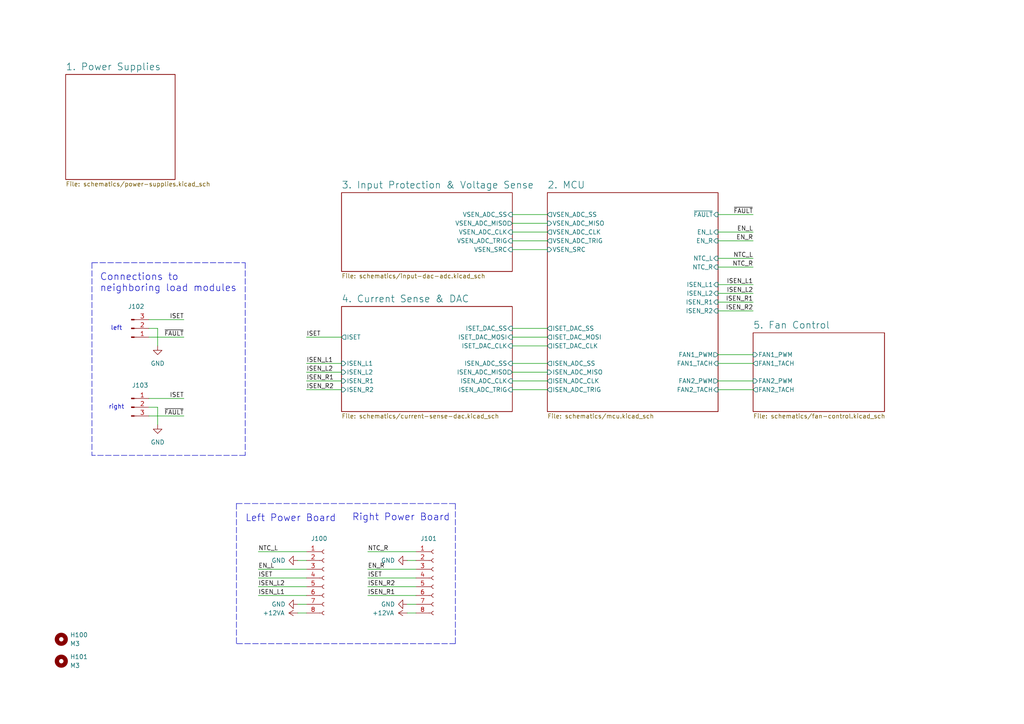
<source format=kicad_sch>
(kicad_sch (version 20231120) (generator "eeschema") (generator_version "8.0")
  (paper "A4")
  (title_block (title "DC Load Control Board") (date "02/2024") (company "Martin Kopka"))
  (lib_symbols
    (symbol "Connector:Conn_01x03_Male" (pin_names (offset 1.016) hide)
      (property "Reference" "J" (at 0 5.08 0))
      (property "Value" "Conn_01x03_Male" (at 0 -5.08 0))
      (symbol "Conn_01x03_Male_1_1"
        (polyline (pts (xy 1.27 -2.54) (xy 0.8636 -2.54)) (stroke (width 0.1524)))
        (polyline (pts (xy 1.27 0) (xy 0.8636 0)) (stroke (width 0.1524)))
        (polyline (pts (xy 1.27 2.54) (xy 0.8636 2.54)) (stroke (width 0.1524)))
        (rectangle (start 0.8636 -2.413) (end 0 -2.667) (stroke (width 0.1524)) (fill (type outline)))
        (rectangle (start 0.8636 0.127) (end 0 -0.127) (stroke (width 0.1524)) (fill (type outline)))
        (rectangle (start 0.8636 2.667) (end 0 2.413) (stroke (width 0.1524)) (fill (type outline)))
        (pin passive line (at 5.08 2.54 180) (length 3.81) (name "Pin_1") (number "1"))
        (pin passive line (at 5.08 0 180) (length 3.81) (name "Pin_2") (number "2"))
        (pin passive line (at 5.08 -2.54 180) (length 3.81) (name "Pin_3") (number "3"))
      )
    )
    (symbol "Connector:Conn_01x08_Female" (pin_names (offset 1.016) hide)
      (property "Reference" "J" (at 0 10.16 0))
      (property "Value" "Conn_01x08_Female" (at 0 -12.7 0))
      (symbol "Conn_01x08_Female_1_1"
        (arc (start 0 -9.652) (mid -0.5058 -10.16) (end 0 -10.668) (stroke (width 0.1524)))
        (arc (start 0 -7.112) (mid -0.5058 -7.62) (end 0 -8.128) (stroke (width 0.1524)))
        (arc (start 0 -4.572) (mid -0.5058 -5.08) (end 0 -5.588) (stroke (width 0.1524)))
        (arc (start 0 -2.032) (mid -0.5058 -2.54) (end 0 -3.048) (stroke (width 0.1524)))
        (polyline (pts (xy -1.27 -10.16) (xy -0.508 -10.16)) (stroke (width 0.1524)))
        (polyline (pts (xy -1.27 -7.62) (xy -0.508 -7.62)) (stroke (width 0.1524)))
        (polyline (pts (xy -1.27 -5.08) (xy -0.508 -5.08)) (stroke (width 0.1524)))
        (polyline (pts (xy -1.27 -2.54) (xy -0.508 -2.54)) (stroke (width 0.1524)))
        (polyline (pts (xy -1.27 0) (xy -0.508 0)) (stroke (width 0.1524)))
        (polyline (pts (xy -1.27 2.54) (xy -0.508 2.54)) (stroke (width 0.1524)))
        (polyline (pts (xy -1.27 5.08) (xy -0.508 5.08)) (stroke (width 0.1524)))
        (polyline (pts (xy -1.27 7.62) (xy -0.508 7.62)) (stroke (width 0.1524)))
        (arc (start 0 0.508) (mid -0.5058 0) (end 0 -0.508) (stroke (width 0.1524)))
        (arc (start 0 3.048) (mid -0.5058 2.54) (end 0 2.032) (stroke (width 0.1524)))
        (arc (start 0 5.588) (mid -0.5058 5.08) (end 0 4.572) (stroke (width 0.1524)))
        (arc (start 0 8.128) (mid -0.5058 7.62) (end 0 7.112) (stroke (width 0.1524)))
        (pin passive line (at -5.08 7.62 0) (length 3.81) (name "Pin_1") (number "1"))
        (pin passive line (at -5.08 5.08 0) (length 3.81) (name "Pin_2") (number "2"))
        (pin passive line (at -5.08 2.54 0) (length 3.81) (name "Pin_3") (number "3"))
        (pin passive line (at -5.08 0 0) (length 3.81) (name "Pin_4") (number "4"))
        (pin passive line (at -5.08 -2.54 0) (length 3.81) (name "Pin_5") (number "5"))
        (pin passive line (at -5.08 -5.08 0) (length 3.81) (name "Pin_6") (number "6"))
        (pin passive line (at -5.08 -7.62 0) (length 3.81) (name "Pin_7") (number "7"))
        (pin passive line (at -5.08 -10.16 0) (length 3.81) (name "Pin_8") (number "8"))
      )
    )
    (symbol "Mechanical:MountingHole" (pin_names (offset 1.016))
      (property "Reference" "H" (at 0 5.08 0))
      (property "Value" "MountingHole" (at 0 3.175 0))
      (symbol "MountingHole_0_1"
        (circle (center 0 0) (radius 1.27) (stroke (width 1.27)))
      )
    )
    (symbol "power:+12VA" (power) (pin_names (offset 0))
      (property "Value" "+12VA" (at 0 3.556 0))
      (symbol "+12VA_0_1"
        (polyline (pts (xy -0.762 1.27) (xy 0 2.54)))
        (polyline (pts (xy 0 0) (xy 0 2.54)))
        (polyline (pts (xy 0 2.54) (xy 0.762 1.27)))
      )
      (symbol "+12VA_1_1"
        (pin power_in line (at 0 0 90) (length 0) hide (name "+12VA") (number "1"))
      )
    )
    (symbol "power:GND" (power) (pin_names (offset 0))
      (property "Value" "GND" (at 0 -3.81 0))
      (symbol "GND_0_1"
        (polyline (pts (xy 0 0) (xy 0 -1.27) (xy 1.27 -1.27) (xy 0 -2.54) (xy -1.27 -1.27) (xy 0 -1.27)))
      )
      (symbol "GND_1_1"
        (pin power_in line (at 0 0 270) (length 0) hide (name "GND") (number "1"))
      )
    )
  )
  (wire (pts (xy 148.59 64.77) (xy 158.75 64.77)))
  (wire (pts (xy 148.59 107.95) (xy 158.75 107.95)))
  (wire (pts (xy 88.9 110.49) (xy 99.06 110.49)))
  (wire (pts (xy 208.28 105.41) (xy 218.44 105.41)))
  (wire (pts (xy 208.28 77.47) (xy 218.44 77.47)))
  (wire (pts (xy 208.28 110.49) (xy 218.44 110.49)))
  (wire (pts (xy 88.9 113.03) (xy 99.06 113.03)))
  (polyline (pts (xy 68.58 146.05) (xy 68.58 186.69)) (stroke (width 0) (type dash)))
  (polyline (pts (xy 71.12 76.2) (xy 71.12 132.08)) (stroke (width 0) (type dash)))
  (polyline (pts (xy 68.58 146.05) (xy 132.08 146.05)) (stroke (width 0) (type dash)))
  (wire (pts (xy 148.59 69.85) (xy 158.75 69.85)))
  (wire (pts (xy 208.28 102.87) (xy 218.44 102.87)))
  (wire (pts (xy 74.93 172.72) (xy 88.9 172.72)))
  (wire (pts (xy 86.36 175.26) (xy 88.9 175.26)))
  (wire (pts (xy 148.59 113.03) (xy 158.75 113.03)))
  (wire (pts (xy 45.72 123.19) (xy 45.72 118.11)))
  (polyline (pts (xy 132.08 186.69) (xy 68.58 186.69)) (stroke (width 0) (type dash)))
  (wire (pts (xy 148.59 62.23) (xy 158.75 62.23)))
  (wire (pts (xy 106.68 165.1) (xy 120.65 165.1)))
  (wire (pts (xy 208.28 67.31) (xy 218.44 67.31)))
  (wire (pts (xy 148.59 72.39) (xy 158.75 72.39)))
  (wire (pts (xy 43.18 120.65) (xy 53.34 120.65)))
  (wire (pts (xy 74.93 165.1) (xy 88.9 165.1)))
  (wire (pts (xy 86.36 162.56) (xy 88.9 162.56)))
  (wire (pts (xy 45.72 95.25) (xy 43.18 95.25)))
  (wire (pts (xy 208.28 90.17) (xy 218.44 90.17)))
  (polyline (pts (xy 26.67 76.2) (xy 26.67 132.08)) (stroke (width 0) (type dash)))
  (wire (pts (xy 118.11 177.8) (xy 120.65 177.8)))
  (wire (pts (xy 88.9 97.79) (xy 99.06 97.79)))
  (wire (pts (xy 208.28 85.09) (xy 218.44 85.09)))
  (wire (pts (xy 45.72 118.11) (xy 43.18 118.11)))
  (wire (pts (xy 118.11 175.26) (xy 120.65 175.26)))
  (wire (pts (xy 208.28 69.85) (xy 218.44 69.85)))
  (wire (pts (xy 106.68 167.64) (xy 120.65 167.64)))
  (wire (pts (xy 208.28 113.03) (xy 218.44 113.03)))
  (wire (pts (xy 43.18 92.71) (xy 53.34 92.71)))
  (wire (pts (xy 88.9 107.95) (xy 99.06 107.95)))
  (wire (pts (xy 74.93 167.64) (xy 88.9 167.64)))
  (wire (pts (xy 148.59 100.33) (xy 158.75 100.33)))
  (wire (pts (xy 208.28 74.93) (xy 218.44 74.93)))
  (wire (pts (xy 148.59 67.31) (xy 158.75 67.31)))
  (polyline (pts (xy 26.67 76.2) (xy 71.12 76.2)) (stroke (width 0) (type dash)))
  (wire (pts (xy 208.28 82.55) (xy 218.44 82.55)))
  (wire (pts (xy 106.68 172.72) (xy 120.65 172.72)))
  (wire (pts (xy 43.18 97.79) (xy 53.34 97.79)))
  (wire (pts (xy 74.93 170.18) (xy 88.9 170.18)))
  (wire (pts (xy 106.68 170.18) (xy 120.65 170.18)))
  (wire (pts (xy 148.59 105.41) (xy 158.75 105.41)))
  (wire (pts (xy 148.59 97.79) (xy 158.75 97.79)))
  (wire (pts (xy 88.9 105.41) (xy 99.06 105.41)))
  (wire (pts (xy 148.59 110.49) (xy 158.75 110.49)))
  (wire (pts (xy 208.28 62.23) (xy 218.44 62.23)))
  (wire (pts (xy 43.18 115.57) (xy 53.34 115.57)))
  (wire (pts (xy 74.93 160.02) (xy 88.9 160.02)))
  (wire (pts (xy 106.68 160.02) (xy 120.65 160.02)))
  (polyline (pts (xy 132.08 146.05) (xy 132.08 186.69)) (stroke (width 0) (type dash)))
  (wire (pts (xy 208.28 87.63) (xy 218.44 87.63)))
  (wire (pts (xy 86.36 177.8) (xy 88.9 177.8)))
  (wire (pts (xy 45.72 100.33) (xy 45.72 95.25)))
  (wire (pts (xy 118.11 162.56) (xy 120.65 162.56)))
  (polyline (pts (xy 71.12 132.08) (xy 26.67 132.08)) (stroke (width 0) (type dash)))
  (wire (pts (xy 148.59 95.25) (xy 158.75 95.25)))
  (text "right" (at 33.782 118.11 0) (effects (font (size 1.27 1.27))))
  (text "Right Power Board" (at 116.332 150.114 0) (effects (font (size 2 2))))
  (text "Left Power Board" (at 84.328 150.368 0) (effects (font (size 2 2))))
  (text "Connections to \nneighboring load modules" (at 28.956 82.042 0) (effects (font (size 2 2)) (justify left)))
  (text "left" (at 33.782 95.25 0) (effects (font (size 1.27 1.27))))
  (label "ISEN_R2" (at 106.68 170.18 0))
  (label "ISEN_L1" (at 218.44 82.55 180))
  (label "ISEN_R1" (at 88.9 110.49 0))
  (label "ISET" (at 53.34 115.57 180))
  (label "ISEN_L1" (at 88.9 105.41 0))
  (label "NTC_L" (at 218.44 74.93 180))
  (label "ISET" (at 74.93 167.64 0))
  (label "NTC_R" (at 106.68 160.02 0))
  (label "ISEN_L2" (at 88.9 107.95 0))
  (label "ISEN_R1" (at 106.68 172.72 0))
  (label "EN_L" (at 74.93 165.1 0))
  (label "NTC_L" (at 74.93 160.02 0))
  (label "~{FAULT}" (at 53.34 120.65 180))
  (label "ISEN_R1" (at 218.44 87.63 180))
  (label "ISEN_L2" (at 74.93 170.18 0))
  (label "EN_L" (at 218.44 67.31 180))
  (label "~{FAULT}" (at 218.44 62.23 180))
  (label "NTC_R" (at 218.44 77.47 180))
  (label "~{FAULT}" (at 53.34 97.79 180))
  (label "ISEN_R2" (at 88.9 113.03 0))
  (label "ISET" (at 88.9 97.79 0))
  (label "EN_R" (at 218.44 69.85 180))
  (label "ISET" (at 53.34 92.71 180))
  (label "ISEN_L1" (at 74.93 172.72 0))
  (label "ISEN_R2" (at 218.44 90.17 180))
  (label "ISET" (at 106.68 167.64 0))
  (label "ISEN_L2" (at 218.44 85.09 180))
  (label "EN_R" (at 106.68 165.1 0))
  (symbol (lib_id "Connector:Conn_01x03_Male") (at 38.1 95.25 0) (mirror x) (unit 1)
    (property "Reference" "J102" (at 41.91 88.9 0) (effects (justify right)))
    (property "Value" "Conn_01x03_Male" (effects (hide yes)))
    (property "Footprint" "Connector_PinHeader_2.54mm:PinHeader_1x03_P2.54mm_Horizontal" (effects (hide yes)))
  )
  (symbol (lib_id "power:GND") (at 86.36 175.26 270) (unit 1)
    (property "Reference" "#PWR0197" (effects (hide yes)))
    (property "Value" "GND" (at 78.74 175.26 90) (effects (justify left)))
  )
  (symbol (lib_id "power:GND") (at 45.72 100.33 0) (unit 1)
    (property "Reference" "#PWR0198" (effects (hide yes)))
    (property "Value" "GND" (at 45.72 105.41 0))
  )
  (symbol (lib_id "power:GND") (at 118.11 175.26 270) (unit 1)
    (property "Reference" "#PWR0194" (effects (hide yes)))
    (property "Value" "GND" (at 110.49 175.26 90) (effects (justify left)))
  )
  (symbol (lib_id "Connector:Conn_01x08_Female") (at 125.73 167.64 0) (unit 1)
    (property "Reference" "J101" (at 121.92 156.21 0) (effects (justify left)))
    (property "Value" "Conn_01x08_Female" (effects (hide yes)))
    (property "Footprint" "Connector_PinSocket_2.54mm:PinSocket_1x08_P2.54mm_Vertical" (effects (hide yes)))
  )
  (symbol (lib_id "power:GND") (at 86.36 162.56 270) (unit 1)
    (property "Reference" "#PWR0195" (effects (hide yes)))
    (property "Value" "GND" (at 78.74 162.56 90) (effects (justify left)))
  )
  (symbol (lib_id "power:+12VA") (at 86.36 177.8 90) (unit 1)
    (property "Reference" "#PWR0196" (effects (hide yes)))
    (property "Value" "+12VA" (at 76.2 177.8 90) (effects (justify right)))
  )
  (symbol (lib_id "power:GND") (at 45.72 123.19 0) (unit 1)
    (property "Reference" "#PWR0181" (effects (hide yes)))
    (property "Value" "GND" (at 45.72 128.27 0))
  )
  (symbol (lib_id "power:GND") (at 118.11 162.56 270) (unit 1)
    (property "Reference" "#PWR0192" (effects (hide yes)))
    (property "Value" "GND" (at 110.49 162.56 90) (effects (justify left)))
  )
  (symbol (lib_id "Mechanical:MountingHole") (at 17.78 185.42 0) (unit 1) (in_bom no)
    (property "Reference" "H100" (at 20.32 184.1499 0) (effects (justify left)))
    (property "Value" "M3" (at 20.32 186.6899 0) (effects (justify left)))
    (property "Footprint" "MountingHole:MountingHole_3.2mm_M3" (effects (hide yes)))
  )
  (symbol (lib_id "Connector:Conn_01x03_Male") (at 38.1 118.11 0) (unit 1)
    (property "Reference" "J103" (at 40.64 111.76 0))
    (property "Value" "Conn_01x03_Male" (effects (hide yes)))
    (property "Footprint" "Connector_PinHeader_2.54mm:PinHeader_1x03_P2.54mm_Horizontal" (effects (hide yes)))
  )
  (symbol (lib_id "Connector:Conn_01x08_Female") (at 93.98 167.64 0) (unit 1)
    (property "Reference" "J100" (at 90.17 156.21 0) (effects (justify left)))
    (property "Value" "Conn_01x08_Female" (effects (hide yes)))
    (property "Footprint" "Connector_PinSocket_2.54mm:PinSocket_1x08_P2.54mm_Vertical" (effects (hide yes)))
  )
  (symbol (lib_id "power:+12VA") (at 118.11 177.8 90) (unit 1)
    (property "Reference" "#PWR0193" (effects (hide yes)))
    (property "Value" "+12VA" (at 107.95 177.8 90) (effects (justify right)))
  )
  (symbol (lib_id "Mechanical:MountingHole") (at 17.78 191.77 0) (unit 1) (in_bom no)
    (property "Reference" "H101" (at 20.32 190.4999 0) (effects (justify left)))
    (property "Value" "M3" (at 20.32 193.0399 0) (effects (justify left)))
    (property "Footprint" "MountingHole:MountingHole_3.2mm_M3" (effects (hide yes)))
  )
  (sheet (at 19.05 21.59) (size 31.75 30.48) (stroke (width 0.1524))
    (property "Sheetname" "1. Power Supplies" (at 19.05 20.5134 0) (effects (font (size 2 2)) (justify left bottom)))
    (property "Sheetfile" "schematics/power-supplies.kicad_sch" (at 19.05 52.6546 0) (effects (justify left top)))
  )
  (sheet (at 218.44 96.52) (size 38.1 22.86) (stroke (width 0.1524))
    (property "Sheetname" "5. Fan Control" (at 218.44 95.4434 0) (effects (font (size 2 2)) (justify left bottom)))
    (property "Sheetfile" "schematics/fan-control.kicad_sch" (at 218.44 119.9646 0) (effects (justify left top)))
    (pin "FAN1_PWM" input (at 218.44 102.87 180))
    (pin "FAN1_TACH" output (at 218.44 105.41 180))
    (pin "FAN2_TACH" output (at 218.44 113.03 180))
    (pin "FAN2_PWM" input (at 218.44 110.49 180))
  )
  (sheet (at 158.75 55.88) (size 49.53 63.5) (stroke (width 0.1524))
    (property "Sheetname" "2. MCU" (at 158.75 54.8034 0) (effects (font (size 2 2)) (justify left bottom)))
    (property "Sheetfile" "schematics/mcu.kicad_sch" (at 158.75 119.9646 0) (effects (justify left top)))
    (pin "FAN1_PWM" output (at 208.28 102.87 0))
    (pin "FAN2_PWM" output (at 208.28 110.49 0))
    (pin "FAN1_TACH" input (at 208.28 105.41 0))
    (pin "FAN2_TACH" input (at 208.28 113.03 0))
    (pin "ISEN_ADC_MISO" input (at 158.75 107.95 180))
    (pin "ISEN_ADC_CLK" output (at 158.75 110.49 180))
    (pin "VSEN_ADC_MISO" input (at 158.75 64.77 180))
    (pin "VSEN_ADC_CLK" output (at 158.75 67.31 180))
    (pin "ISET_DAC_MOSI" output (at 158.75 97.79 180))
    (pin "ISET_DAC_CLK" output (at 158.75 100.33 180))
    (pin "ISEN_ADC_TRIG" output (at 158.75 113.03 180))
    (pin "VSEN_ADC_TRIG" output (at 158.75 69.85 180))
    (pin "ISET_DAC_SS" output (at 158.75 95.25 180))
    (pin "ISEN_ADC_SS" output (at 158.75 105.41 180))
    (pin "VSEN_ADC_SS" output (at 158.75 62.23 180))
    (pin "~{FAULT}" input (at 208.28 62.23 0))
    (pin "NTC_L" input (at 208.28 74.93 0))
    (pin "VSEN_SRC" input (at 158.75 72.39 180))
    (pin "EN_L" input (at 208.28 67.31 0))
    (pin "EN_R" input (at 208.28 69.85 0))
    (pin "NTC_R" input (at 208.28 77.47 0))
    (pin "ISEN_R2" input (at 208.28 90.17 0))
    (pin "ISEN_L1" input (at 208.28 82.55 0))
    (pin "ISEN_L2" input (at 208.28 85.09 0))
    (pin "ISEN_R1" input (at 208.28 87.63 0))
  )
  (sheet (at 99.06 88.9) (size 49.53 30.48) (stroke (width 0.1524))
    (property "Sheetname" "4. Current Sense & DAC" (at 99.06 87.8234 0) (effects (font (size 2 2)) (justify left bottom)))
    (property "Sheetfile" "schematics/current-sense-dac.kicad_sch" (at 99.06 119.9646 0) (effects (justify left top)))
    (pin "ISEN_ADC_MISO" output (at 148.59 107.95 0))
    (pin "ISEN_ADC_SS" input (at 148.59 105.41 0))
    (pin "ISEN_ADC_CLK" input (at 148.59 110.49 0))
    (pin "ISEN_ADC_TRIG" input (at 148.59 113.03 0))
    (pin "ISET" output (at 99.06 97.79 180))
    (pin "ISEN_L1" input (at 99.06 105.41 180))
    (pin "ISEN_R1" input (at 99.06 110.49 180))
    (pin "ISEN_R2" input (at 99.06 113.03 180))
    (pin "ISEN_L2" input (at 99.06 107.95 180))
    (pin "ISET_DAC_MOSI" input (at 148.59 97.79 0))
    (pin "ISET_DAC_SS" input (at 148.59 95.25 0))
    (pin "ISET_DAC_CLK" input (at 148.59 100.33 0))
  )
  (sheet (at 99.06 55.88) (size 49.53 22.86) (stroke (width 0.1524))
    (property "Sheetname" "3. Input Protection & Voltage Sense" (at 99.06 54.8034 0) (effects (font (size 2 2)) (justify left bottom)))
    (property "Sheetfile" "schematics/input-dac-adc.kicad_sch" (at 99.06 79.3246 0) (effects (justify left top)))
    (pin "VSEN_ADC_MISO" output (at 148.59 64.77 0))
    (pin "VSEN_ADC_CLK" input (at 148.59 67.31 0))
    (pin "VSEN_ADC_TRIG" input (at 148.59 69.85 0))
    (pin "VSEN_ADC_SS" input (at 148.59 62.23 0))
    (pin "VSEN_SRC" input (at 148.59 72.39 0))
  )
)
</source>
